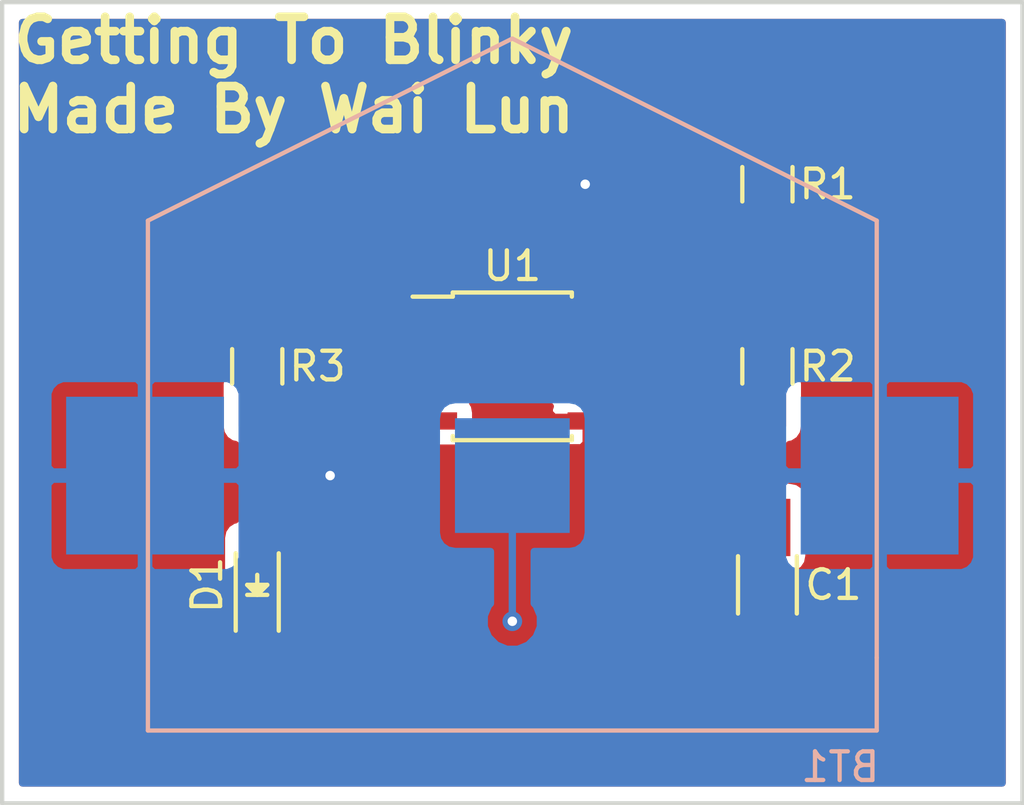
<source format=kicad_pcb>
(kicad_pcb (version 4) (host pcbnew 4.0.2-stable)

  (general
    (links 15)
    (no_connects 0)
    (area 121.844999 86.284999 157.555001 114.375001)
    (thickness 1.6)
    (drawings 5)
    (tracks 25)
    (zones 0)
    (modules 7)
    (nets 7)
  )

  (page A4)
  (layers
    (0 F.Cu signal hide)
    (31 B.Cu signal hide)
    (32 B.Adhes user)
    (33 F.Adhes user)
    (34 B.Paste user)
    (35 F.Paste user)
    (36 B.SilkS user)
    (37 F.SilkS user)
    (38 B.Mask user)
    (39 F.Mask user)
    (40 Dwgs.User user)
    (41 Cmts.User user)
    (42 Eco1.User user)
    (43 Eco2.User user)
    (44 Edge.Cuts user)
    (45 Margin user)
    (46 B.CrtYd user)
    (47 F.CrtYd user)
    (48 B.Fab user)
    (49 F.Fab user)
  )

  (setup
    (last_trace_width 0.254)
    (trace_clearance 0.254)
    (zone_clearance 0.508)
    (zone_45_only no)
    (trace_min 0.1524)
    (segment_width 0.2)
    (edge_width 0.15)
    (via_size 0.6858)
    (via_drill 0.3302)
    (via_min_size 0.6858)
    (via_min_drill 0.3302)
    (uvia_size 0.3)
    (uvia_drill 0.1)
    (uvias_allowed no)
    (uvia_min_size 0.2)
    (uvia_min_drill 0.1)
    (pcb_text_width 0.3)
    (pcb_text_size 1.5 1.5)
    (mod_edge_width 0.15)
    (mod_text_size 1 1)
    (mod_text_width 0.15)
    (pad_size 1.524 1.524)
    (pad_drill 0.762)
    (pad_to_mask_clearance 0.2)
    (aux_axis_origin 0 0)
    (visible_elements FFFFFF7F)
    (pcbplotparams
      (layerselection 0x010f0_80000001)
      (usegerberextensions false)
      (excludeedgelayer true)
      (linewidth 0.100000)
      (plotframeref false)
      (viasonmask false)
      (mode 1)
      (useauxorigin false)
      (hpglpennumber 1)
      (hpglpenspeed 20)
      (hpglpendiameter 15)
      (hpglpenoverlay 2)
      (psnegative false)
      (psa4output false)
      (plotreference true)
      (plotvalue false)
      (plotinvisibletext false)
      (padsonsilk false)
      (subtractmaskfromsilk true)
      (outputformat 1)
      (mirror false)
      (drillshape 0)
      (scaleselection 1)
      (outputdirectory GERBERS/))
  )

  (net 0 "")
  (net 1 "Net-(C1-Pad1)")
  (net 2 GND)
  (net 3 "Net-(D1-Pad2)")
  (net 4 /VDD)
  (net 5 "Net-(R1-Pad2)")
  (net 6 "Net-(R3-Pad1)")

  (net_class Default "This is the default net class."
    (clearance 0.254)
    (trace_width 0.254)
    (via_dia 0.6858)
    (via_drill 0.3302)
    (uvia_dia 0.3)
    (uvia_drill 0.1)
    (add_net /VDD)
    (add_net GND)
    (add_net "Net-(C1-Pad1)")
    (add_net "Net-(D1-Pad2)")
    (add_net "Net-(R1-Pad2)")
    (add_net "Net-(R3-Pad1)")
  )

  (module Capacitors_SMD:C_1206_HandSoldering (layer F.Cu) (tedit 57673C2A) (tstamp 57671AFF)
    (at 148.59 106.68 270)
    (descr "Capacitor SMD 1206, hand soldering")
    (tags "capacitor 1206")
    (path /576712EE)
    (attr smd)
    (fp_text reference C1 (at 0 -2.3 360) (layer F.SilkS)
      (effects (font (size 1 1) (thickness 0.15)))
    )
    (fp_text value 1uF (at 0 2.3 270) (layer F.Fab)
      (effects (font (size 1 1) (thickness 0.15)))
    )
    (fp_line (start -3.3 -1.15) (end 3.3 -1.15) (layer F.CrtYd) (width 0.05))
    (fp_line (start -3.3 1.15) (end 3.3 1.15) (layer F.CrtYd) (width 0.05))
    (fp_line (start -3.3 -1.15) (end -3.3 1.15) (layer F.CrtYd) (width 0.05))
    (fp_line (start 3.3 -1.15) (end 3.3 1.15) (layer F.CrtYd) (width 0.05))
    (fp_line (start 1 -1.025) (end -1 -1.025) (layer F.SilkS) (width 0.15))
    (fp_line (start -1 1.025) (end 1 1.025) (layer F.SilkS) (width 0.15))
    (pad 1 smd rect (at -2 0 270) (size 2 1.6) (layers F.Cu F.Paste F.Mask)
      (net 1 "Net-(C1-Pad1)"))
    (pad 2 smd rect (at 2 0 270) (size 2 1.6) (layers F.Cu F.Paste F.Mask)
      (net 2 GND))
    (model Capacitors_SMD.3dshapes/C_1206_HandSoldering.wrl
      (at (xyz 0 0 0))
      (scale (xyz 1 1 1))
      (rotate (xyz 0 0 0))
    )
  )

  (module LEDs:LED-0805 (layer F.Cu) (tedit 55BDE1C2) (tstamp 57671B05)
    (at 130.81 106.68 90)
    (descr "LED 0805 smd package")
    (tags "LED 0805 SMD")
    (path /5767138D)
    (attr smd)
    (fp_text reference D1 (at 0 -1.75 90) (layer F.SilkS)
      (effects (font (size 1 1) (thickness 0.15)))
    )
    (fp_text value LED (at 0 1.75 90) (layer F.Fab)
      (effects (font (size 1 1) (thickness 0.15)))
    )
    (fp_line (start -1.6 0.75) (end 1.1 0.75) (layer F.SilkS) (width 0.15))
    (fp_line (start -1.6 -0.75) (end 1.1 -0.75) (layer F.SilkS) (width 0.15))
    (fp_line (start -0.1 0.15) (end -0.1 -0.1) (layer F.SilkS) (width 0.15))
    (fp_line (start -0.1 -0.1) (end -0.25 0.05) (layer F.SilkS) (width 0.15))
    (fp_line (start -0.35 -0.35) (end -0.35 0.35) (layer F.SilkS) (width 0.15))
    (fp_line (start 0 0) (end 0.35 0) (layer F.SilkS) (width 0.15))
    (fp_line (start -0.35 0) (end 0 -0.35) (layer F.SilkS) (width 0.15))
    (fp_line (start 0 -0.35) (end 0 0.35) (layer F.SilkS) (width 0.15))
    (fp_line (start 0 0.35) (end -0.35 0) (layer F.SilkS) (width 0.15))
    (fp_line (start 1.9 -0.95) (end 1.9 0.95) (layer F.CrtYd) (width 0.05))
    (fp_line (start 1.9 0.95) (end -1.9 0.95) (layer F.CrtYd) (width 0.05))
    (fp_line (start -1.9 0.95) (end -1.9 -0.95) (layer F.CrtYd) (width 0.05))
    (fp_line (start -1.9 -0.95) (end 1.9 -0.95) (layer F.CrtYd) (width 0.05))
    (pad 2 smd rect (at 1.04902 0 270) (size 1.19888 1.19888) (layers F.Cu F.Paste F.Mask)
      (net 3 "Net-(D1-Pad2)"))
    (pad 1 smd rect (at -1.04902 0 270) (size 1.19888 1.19888) (layers F.Cu F.Paste F.Mask)
      (net 2 GND))
    (model LEDs.3dshapes/LED-0805.wrl
      (at (xyz 0 0 0))
      (scale (xyz 1 1 1))
      (rotate (xyz 0 0 0))
    )
  )

  (module Resistors_SMD:R_0805_HandSoldering (layer F.Cu) (tedit 57673C34) (tstamp 57671B0B)
    (at 148.59 92.71 270)
    (descr "Resistor SMD 0805, hand soldering")
    (tags "resistor 0805")
    (path /5767125D)
    (attr smd)
    (fp_text reference R1 (at 0 -2.1 360) (layer F.SilkS)
      (effects (font (size 1 1) (thickness 0.15)))
    )
    (fp_text value 1K (at 0 2.1 270) (layer F.Fab)
      (effects (font (size 1 1) (thickness 0.15)))
    )
    (fp_line (start -2.4 -1) (end 2.4 -1) (layer F.CrtYd) (width 0.05))
    (fp_line (start -2.4 1) (end 2.4 1) (layer F.CrtYd) (width 0.05))
    (fp_line (start -2.4 -1) (end -2.4 1) (layer F.CrtYd) (width 0.05))
    (fp_line (start 2.4 -1) (end 2.4 1) (layer F.CrtYd) (width 0.05))
    (fp_line (start 0.6 0.875) (end -0.6 0.875) (layer F.SilkS) (width 0.15))
    (fp_line (start -0.6 -0.875) (end 0.6 -0.875) (layer F.SilkS) (width 0.15))
    (pad 1 smd rect (at -1.35 0 270) (size 1.5 1.3) (layers F.Cu F.Paste F.Mask)
      (net 4 /VDD))
    (pad 2 smd rect (at 1.35 0 270) (size 1.5 1.3) (layers F.Cu F.Paste F.Mask)
      (net 5 "Net-(R1-Pad2)"))
    (model Resistors_SMD.3dshapes/R_0805_HandSoldering.wrl
      (at (xyz 0 0 0))
      (scale (xyz 1 1 1))
      (rotate (xyz 0 0 0))
    )
  )

  (module Resistors_SMD:R_0805_HandSoldering (layer F.Cu) (tedit 57673C31) (tstamp 57671B11)
    (at 148.59 99.06 270)
    (descr "Resistor SMD 0805, hand soldering")
    (tags "resistor 0805")
    (path /576712C9)
    (attr smd)
    (fp_text reference R2 (at 0 -2.1 360) (layer F.SilkS)
      (effects (font (size 1 1) (thickness 0.15)))
    )
    (fp_text value 470K (at 0 2.1 270) (layer F.Fab)
      (effects (font (size 1 1) (thickness 0.15)))
    )
    (fp_line (start -2.4 -1) (end 2.4 -1) (layer F.CrtYd) (width 0.05))
    (fp_line (start -2.4 1) (end 2.4 1) (layer F.CrtYd) (width 0.05))
    (fp_line (start -2.4 -1) (end -2.4 1) (layer F.CrtYd) (width 0.05))
    (fp_line (start 2.4 -1) (end 2.4 1) (layer F.CrtYd) (width 0.05))
    (fp_line (start 0.6 0.875) (end -0.6 0.875) (layer F.SilkS) (width 0.15))
    (fp_line (start -0.6 -0.875) (end 0.6 -0.875) (layer F.SilkS) (width 0.15))
    (pad 1 smd rect (at -1.35 0 270) (size 1.5 1.3) (layers F.Cu F.Paste F.Mask)
      (net 5 "Net-(R1-Pad2)"))
    (pad 2 smd rect (at 1.35 0 270) (size 1.5 1.3) (layers F.Cu F.Paste F.Mask)
      (net 1 "Net-(C1-Pad1)"))
    (model Resistors_SMD.3dshapes/R_0805_HandSoldering.wrl
      (at (xyz 0 0 0))
      (scale (xyz 1 1 1))
      (rotate (xyz 0 0 0))
    )
  )

  (module Resistors_SMD:R_0805_HandSoldering (layer F.Cu) (tedit 57673C08) (tstamp 57671B17)
    (at 130.81 99.06 270)
    (descr "Resistor SMD 0805, hand soldering")
    (tags "resistor 0805")
    (path /5767133E)
    (attr smd)
    (fp_text reference R3 (at 0 -2.1 360) (layer F.SilkS)
      (effects (font (size 1 1) (thickness 0.15)))
    )
    (fp_text value 1K (at 0 2.1 270) (layer F.Fab)
      (effects (font (size 1 1) (thickness 0.15)))
    )
    (fp_line (start -2.4 -1) (end 2.4 -1) (layer F.CrtYd) (width 0.05))
    (fp_line (start -2.4 1) (end 2.4 1) (layer F.CrtYd) (width 0.05))
    (fp_line (start -2.4 -1) (end -2.4 1) (layer F.CrtYd) (width 0.05))
    (fp_line (start 2.4 -1) (end 2.4 1) (layer F.CrtYd) (width 0.05))
    (fp_line (start 0.6 0.875) (end -0.6 0.875) (layer F.SilkS) (width 0.15))
    (fp_line (start -0.6 -0.875) (end 0.6 -0.875) (layer F.SilkS) (width 0.15))
    (pad 1 smd rect (at -1.35 0 270) (size 1.5 1.3) (layers F.Cu F.Paste F.Mask)
      (net 6 "Net-(R3-Pad1)"))
    (pad 2 smd rect (at 1.35 0 270) (size 1.5 1.3) (layers F.Cu F.Paste F.Mask)
      (net 3 "Net-(D1-Pad2)"))
    (model Resistors_SMD.3dshapes/R_0805_HandSoldering.wrl
      (at (xyz 0 0 0))
      (scale (xyz 1 1 1))
      (rotate (xyz 0 0 0))
    )
  )

  (module Housings_SOIC:SOIC-8_3.9x4.9mm_Pitch1.27mm (layer F.Cu) (tedit 54130A77) (tstamp 57671B23)
    (at 139.7 99.06)
    (descr "8-Lead Plastic Small Outline (SN) - Narrow, 3.90 mm Body [SOIC] (see Microchip Packaging Specification 00000049BS.pdf)")
    (tags "SOIC 1.27")
    (path /576711A7)
    (attr smd)
    (fp_text reference U1 (at 0 -3.5) (layer F.SilkS)
      (effects (font (size 1 1) (thickness 0.15)))
    )
    (fp_text value 7555 (at 0 3.5) (layer F.Fab)
      (effects (font (size 1 1) (thickness 0.15)))
    )
    (fp_line (start -3.75 -2.75) (end -3.75 2.75) (layer F.CrtYd) (width 0.05))
    (fp_line (start 3.75 -2.75) (end 3.75 2.75) (layer F.CrtYd) (width 0.05))
    (fp_line (start -3.75 -2.75) (end 3.75 -2.75) (layer F.CrtYd) (width 0.05))
    (fp_line (start -3.75 2.75) (end 3.75 2.75) (layer F.CrtYd) (width 0.05))
    (fp_line (start -2.075 -2.575) (end -2.075 -2.43) (layer F.SilkS) (width 0.15))
    (fp_line (start 2.075 -2.575) (end 2.075 -2.43) (layer F.SilkS) (width 0.15))
    (fp_line (start 2.075 2.575) (end 2.075 2.43) (layer F.SilkS) (width 0.15))
    (fp_line (start -2.075 2.575) (end -2.075 2.43) (layer F.SilkS) (width 0.15))
    (fp_line (start -2.075 -2.575) (end 2.075 -2.575) (layer F.SilkS) (width 0.15))
    (fp_line (start -2.075 2.575) (end 2.075 2.575) (layer F.SilkS) (width 0.15))
    (fp_line (start -2.075 -2.43) (end -3.475 -2.43) (layer F.SilkS) (width 0.15))
    (pad 1 smd rect (at -2.7 -1.905) (size 1.55 0.6) (layers F.Cu F.Paste F.Mask)
      (net 2 GND))
    (pad 2 smd rect (at -2.7 -0.635) (size 1.55 0.6) (layers F.Cu F.Paste F.Mask)
      (net 1 "Net-(C1-Pad1)"))
    (pad 3 smd rect (at -2.7 0.635) (size 1.55 0.6) (layers F.Cu F.Paste F.Mask)
      (net 6 "Net-(R3-Pad1)"))
    (pad 4 smd rect (at -2.7 1.905) (size 1.55 0.6) (layers F.Cu F.Paste F.Mask)
      (net 4 /VDD))
    (pad 5 smd rect (at 2.7 1.905) (size 1.55 0.6) (layers F.Cu F.Paste F.Mask)
      (net 2 GND))
    (pad 6 smd rect (at 2.7 0.635) (size 1.55 0.6) (layers F.Cu F.Paste F.Mask)
      (net 1 "Net-(C1-Pad1)"))
    (pad 7 smd rect (at 2.7 -0.635) (size 1.55 0.6) (layers F.Cu F.Paste F.Mask)
      (net 5 "Net-(R1-Pad2)"))
    (pad 8 smd rect (at 2.7 -1.905) (size 1.55 0.6) (layers F.Cu F.Paste F.Mask)
      (net 4 /VDD))
    (model Housings_SOIC.3dshapes/SOIC-8_3.9x4.9mm_Pitch1.27mm.wrl
      (at (xyz 0 0 0))
      (scale (xyz 1 1 1))
      (rotate (xyz 0 0 0))
    )
  )

  (module GTB:S8211R (layer B.Cu) (tedit 57672D55) (tstamp 57672E59)
    (at 139.7 102.87)
    (path /57671C94)
    (fp_text reference BT1 (at 11.43 10.16) (layer B.SilkS)
      (effects (font (size 1 1) (thickness 0.15)) (justify mirror))
    )
    (fp_text value Battery (at -10.16 10.16) (layer B.Fab)
      (effects (font (size 1 1) (thickness 0.15)) (justify mirror))
    )
    (fp_line (start 12.7 6.35) (end 12.7 -8.89) (layer B.SilkS) (width 0.15))
    (fp_line (start 12.7 -8.89) (end 0 -15.24) (layer B.SilkS) (width 0.15))
    (fp_line (start 0 -15.24) (end -12.7 -8.89) (layer B.SilkS) (width 0.15))
    (fp_line (start -12.7 -8.89) (end -12.7 8.89) (layer B.SilkS) (width 0.15))
    (fp_line (start -12.7 8.89) (end 12.7 8.89) (layer B.SilkS) (width 0.15))
    (fp_line (start 12.7 8.89) (end 12.7 6.35) (layer B.SilkS) (width 0.15))
    (pad 2 smd rect (at 0 0) (size 4 4) (layers B.Cu B.Paste B.Mask)
      (net 2 GND))
    (pad 1 smd rect (at -12.8 0) (size 5.5 5.5) (layers B.Cu B.Paste B.Mask)
      (net 4 /VDD))
    (pad 1 smd rect (at 12.8 0) (size 5.5 5.5) (layers B.Cu B.Paste B.Mask)
      (net 4 /VDD))
  )

  (gr_text "Getting To Blinky\nMade By Wai Lun" (at 132.08 88.9) (layer F.SilkS)
    (effects (font (size 1.5 1.5) (thickness 0.3)))
  )
  (gr_line (start 157.48 114.3) (end 121.92 114.3) (angle 90) (layer Edge.Cuts) (width 0.15))
  (gr_line (start 157.48 86.36) (end 157.48 114.3) (angle 90) (layer Edge.Cuts) (width 0.15))
  (gr_line (start 121.92 86.36) (end 157.48 86.36) (angle 90) (layer Edge.Cuts) (width 0.15))
  (gr_line (start 121.92 114.3) (end 121.92 86.36) (angle 90) (layer Edge.Cuts) (width 0.15))

  (segment (start 137 98.425) (end 139.065 98.425) (width 0.254) (layer F.Cu) (net 1))
  (segment (start 139.065 98.425) (end 140.335 99.695) (width 0.254) (layer F.Cu) (net 1) (tstamp 57673B13))
  (segment (start 148.59 100.41) (end 147.4 100.41) (width 0.254) (layer F.Cu) (net 1))
  (segment (start 146.685 99.695) (end 142.4 99.695) (width 0.254) (layer F.Cu) (net 1) (tstamp 57673B3B))
  (segment (start 147.4 100.41) (end 146.685 99.695) (width 0.254) (layer F.Cu) (net 1) (tstamp 57673B34))
  (segment (start 140.335 99.695) (end 142.4 99.695) (width 0.254) (layer F.Cu) (net 1) (tstamp 57673B17))
  (segment (start 148.59 100.41) (end 148.59 104.68) (width 0.254) (layer F.Cu) (net 1))
  (segment (start 139.7 102.87) (end 139.7 107.95) (width 0.254) (layer B.Cu) (net 2))
  (via (at 139.7 107.95) (size 0.6858) (drill 0.3302) (layers F.Cu B.Cu) (net 2))
  (segment (start 130.81 100.41) (end 130.81 105.63098) (width 0.254) (layer F.Cu) (net 3))
  (segment (start 142.4 97.155) (end 142.4 92.87) (width 0.254) (layer F.Cu) (net 4))
  (via (at 142.24 92.71) (size 0.6858) (drill 0.3302) (layers F.Cu B.Cu) (net 4))
  (segment (start 142.4 92.87) (end 142.24 92.71) (width 0.254) (layer F.Cu) (net 4) (tstamp 57673A91))
  (segment (start 142.4 97.155) (end 142.4 96.36) (width 0.254) (layer F.Cu) (net 4))
  (segment (start 147.4 91.36) (end 148.59 91.36) (width 0.254) (layer F.Cu) (net 4) (tstamp 576738F0))
  (segment (start 142.4 96.36) (end 147.4 91.36) (width 0.254) (layer F.Cu) (net 4) (tstamp 576738EE))
  (segment (start 137 100.965) (end 136.525 100.965) (width 0.254) (layer F.Cu) (net 4))
  (segment (start 136.525 100.965) (end 133.35 102.87) (width 0.254) (layer F.Cu) (net 4) (tstamp 57673AE7))
  (via (at 133.35 102.87) (size 0.6858) (drill 0.3302) (layers F.Cu B.Cu) (net 4))
  (segment (start 142.4 98.425) (end 147.875 98.425) (width 0.254) (layer F.Cu) (net 5))
  (segment (start 147.875 98.425) (end 148.59 97.71) (width 0.254) (layer F.Cu) (net 5) (tstamp 576738F6))
  (segment (start 148.59 94.06) (end 148.59 97.71) (width 0.254) (layer F.Cu) (net 5))
  (segment (start 137 99.695) (end 135.255 99.695) (width 0.254) (layer F.Cu) (net 6))
  (segment (start 133.27 97.71) (end 130.81 97.71) (width 0.254) (layer F.Cu) (net 6) (tstamp 5767390D))
  (segment (start 135.255 99.695) (end 133.27 97.71) (width 0.254) (layer F.Cu) (net 6) (tstamp 5767390B))

  (zone (net 2) (net_name GND) (layer F.Cu) (tstamp 5767393A) (hatch edge 0.508)
    (connect_pads (clearance 0.508))
    (min_thickness 0.254)
    (fill yes (arc_segments 16) (thermal_gap 0.508) (thermal_bridge_width 0.508))
    (polygon
      (pts
        (xy 157.48 114.3) (xy 121.92 114.3) (xy 121.92 86.36) (xy 157.48 86.36) (xy 157.48 114.3)
      )
    )
    (filled_polygon
      (pts
        (xy 156.77 113.59) (xy 122.63 113.59) (xy 122.63 108.96575) (xy 147.155 108.96575) (xy 147.155 109.806309)
        (xy 147.251673 110.039698) (xy 147.430301 110.218327) (xy 147.66369 110.315) (xy 148.30425 110.315) (xy 148.463 110.15625)
        (xy 148.463 108.807) (xy 148.717 108.807) (xy 148.717 110.15625) (xy 148.87575 110.315) (xy 149.51631 110.315)
        (xy 149.749699 110.218327) (xy 149.928327 110.039698) (xy 150.025 109.806309) (xy 150.025 108.96575) (xy 149.86625 108.807)
        (xy 148.717 108.807) (xy 148.463 108.807) (xy 147.31375 108.807) (xy 147.155 108.96575) (xy 122.63 108.96575)
        (xy 122.63 108.01477) (xy 129.57556 108.01477) (xy 129.57556 108.454769) (xy 129.672233 108.688158) (xy 129.850861 108.866787)
        (xy 130.08425 108.96346) (xy 130.52425 108.96346) (xy 130.683 108.80471) (xy 130.683 107.85602) (xy 130.937 107.85602)
        (xy 130.937 108.80471) (xy 131.09575 108.96346) (xy 131.53575 108.96346) (xy 131.769139 108.866787) (xy 131.947767 108.688158)
        (xy 132.04444 108.454769) (xy 132.04444 108.01477) (xy 131.88569 107.85602) (xy 130.937 107.85602) (xy 130.683 107.85602)
        (xy 129.73431 107.85602) (xy 129.57556 108.01477) (xy 122.63 108.01477) (xy 122.63 96.96) (xy 129.51256 96.96)
        (xy 129.51256 98.46) (xy 129.556838 98.695317) (xy 129.69591 98.911441) (xy 129.90811 99.056431) (xy 129.921197 99.059081)
        (xy 129.708559 99.19591) (xy 129.563569 99.40811) (xy 129.51256 99.66) (xy 129.51256 101.16) (xy 129.556838 101.395317)
        (xy 129.69591 101.611441) (xy 129.90811 101.756431) (xy 130.048 101.784759) (xy 130.048 104.414688) (xy 129.975243 104.428378)
        (xy 129.759119 104.56745) (xy 129.614129 104.77965) (xy 129.56312 105.03154) (xy 129.56312 106.23042) (xy 129.607398 106.465737)
        (xy 129.74647 106.681861) (xy 129.754659 106.687456) (xy 129.672233 106.769882) (xy 129.57556 107.003271) (xy 129.57556 107.44327)
        (xy 129.73431 107.60202) (xy 130.683 107.60202) (xy 130.683 107.58202) (xy 130.937 107.58202) (xy 130.937 107.60202)
        (xy 131.88569 107.60202) (xy 131.934019 107.553691) (xy 147.155 107.553691) (xy 147.155 108.39425) (xy 147.31375 108.553)
        (xy 148.463 108.553) (xy 148.463 107.20375) (xy 148.717 107.20375) (xy 148.717 108.553) (xy 149.86625 108.553)
        (xy 150.025 108.39425) (xy 150.025 107.553691) (xy 149.928327 107.320302) (xy 149.749699 107.141673) (xy 149.51631 107.045)
        (xy 148.87575 107.045) (xy 148.717 107.20375) (xy 148.463 107.20375) (xy 148.30425 107.045) (xy 147.66369 107.045)
        (xy 147.430301 107.141673) (xy 147.251673 107.320302) (xy 147.155 107.553691) (xy 131.934019 107.553691) (xy 132.04444 107.44327)
        (xy 132.04444 107.003271) (xy 131.947767 106.769882) (xy 131.865555 106.687669) (xy 132.005871 106.48231) (xy 132.05688 106.23042)
        (xy 132.05688 105.03154) (xy 132.012602 104.796223) (xy 131.87353 104.580099) (xy 131.66133 104.435109) (xy 131.572 104.417019)
        (xy 131.572 101.786366) (xy 131.695317 101.763162) (xy 131.911441 101.62409) (xy 132.056431 101.41189) (xy 132.10744 101.16)
        (xy 132.10744 99.66) (xy 132.063162 99.424683) (xy 131.92409 99.208559) (xy 131.71189 99.063569) (xy 131.698803 99.060919)
        (xy 131.911441 98.92409) (xy 132.056431 98.71189) (xy 132.10501 98.472) (xy 132.95437 98.472) (xy 134.716185 100.233815)
        (xy 134.963395 100.398996) (xy 135.255 100.457) (xy 135.619681 100.457) (xy 135.58221 100.642037) (xy 133.498556 101.892229)
        (xy 133.156337 101.891931) (xy 132.796788 102.040493) (xy 132.52146 102.315341) (xy 132.37227 102.67463) (xy 132.371931 103.063663)
        (xy 132.520493 103.423212) (xy 132.795341 103.69854) (xy 133.15463 103.84773) (xy 133.543663 103.848069) (xy 133.903212 103.699507)
        (xy 134.17854 103.424659) (xy 134.268762 103.20738) (xy 136.426995 101.91244) (xy 137.775 101.91244) (xy 138.010317 101.868162)
        (xy 138.226441 101.72909) (xy 138.371431 101.51689) (xy 138.42244 101.265) (xy 138.42244 101.25075) (xy 140.99 101.25075)
        (xy 140.99 101.39131) (xy 141.086673 101.624699) (xy 141.265302 101.803327) (xy 141.498691 101.9) (xy 142.11425 101.9)
        (xy 142.273 101.74125) (xy 142.273 101.092) (xy 142.527 101.092) (xy 142.527 101.74125) (xy 142.68575 101.9)
        (xy 143.301309 101.9) (xy 143.534698 101.803327) (xy 143.713327 101.624699) (xy 143.81 101.39131) (xy 143.81 101.25075)
        (xy 143.65125 101.092) (xy 142.527 101.092) (xy 142.273 101.092) (xy 141.14875 101.092) (xy 140.99 101.25075)
        (xy 138.42244 101.25075) (xy 138.42244 100.665) (xy 138.378162 100.429683) (xy 138.314322 100.330472) (xy 138.371431 100.24689)
        (xy 138.42244 99.995) (xy 138.42244 99.395) (xy 138.383302 99.187) (xy 138.74937 99.187) (xy 139.796184 100.233815)
        (xy 139.97418 100.352748) (xy 140.043395 100.398996) (xy 140.335 100.457) (xy 141.023837 100.457) (xy 140.99 100.53869)
        (xy 140.99 100.67925) (xy 141.14875 100.838) (xy 142.273 100.838) (xy 142.273 100.818) (xy 142.527 100.818)
        (xy 142.527 100.838) (xy 143.65125 100.838) (xy 143.81 100.67925) (xy 143.81 100.53869) (xy 143.776163 100.457)
        (xy 146.36937 100.457) (xy 146.861185 100.948816) (xy 147.009377 101.047834) (xy 147.108395 101.113996) (xy 147.29256 101.150629)
        (xy 147.29256 101.16) (xy 147.336838 101.395317) (xy 147.47591 101.611441) (xy 147.68811 101.756431) (xy 147.828 101.784759)
        (xy 147.828 103.03256) (xy 147.79 103.03256) (xy 147.554683 103.076838) (xy 147.338559 103.21591) (xy 147.193569 103.42811)
        (xy 147.14256 103.68) (xy 147.14256 105.68) (xy 147.186838 105.915317) (xy 147.32591 106.131441) (xy 147.53811 106.276431)
        (xy 147.79 106.32744) (xy 149.39 106.32744) (xy 149.625317 106.283162) (xy 149.841441 106.14409) (xy 149.986431 105.93189)
        (xy 150.03744 105.68) (xy 150.03744 103.68) (xy 149.993162 103.444683) (xy 149.85409 103.228559) (xy 149.64189 103.083569)
        (xy 149.39 103.03256) (xy 149.352 103.03256) (xy 149.352 101.786366) (xy 149.475317 101.763162) (xy 149.691441 101.62409)
        (xy 149.836431 101.41189) (xy 149.88744 101.16) (xy 149.88744 99.66) (xy 149.843162 99.424683) (xy 149.70409 99.208559)
        (xy 149.49189 99.063569) (xy 149.478803 99.060919) (xy 149.691441 98.92409) (xy 149.836431 98.71189) (xy 149.88744 98.46)
        (xy 149.88744 96.96) (xy 149.843162 96.724683) (xy 149.70409 96.508559) (xy 149.49189 96.363569) (xy 149.352 96.335241)
        (xy 149.352 95.436366) (xy 149.475317 95.413162) (xy 149.691441 95.27409) (xy 149.836431 95.06189) (xy 149.88744 94.81)
        (xy 149.88744 93.31) (xy 149.843162 93.074683) (xy 149.70409 92.858559) (xy 149.49189 92.713569) (xy 149.478803 92.710919)
        (xy 149.691441 92.57409) (xy 149.836431 92.36189) (xy 149.88744 92.11) (xy 149.88744 90.61) (xy 149.843162 90.374683)
        (xy 149.70409 90.158559) (xy 149.49189 90.013569) (xy 149.24 89.96256) (xy 147.94 89.96256) (xy 147.704683 90.006838)
        (xy 147.488559 90.14591) (xy 147.343569 90.35811) (xy 147.29256 90.61) (xy 147.29256 90.619371) (xy 147.108395 90.656004)
        (xy 147.009377 90.722166) (xy 146.861185 90.821184) (xy 143.162 94.52037) (xy 143.162 93.039583) (xy 143.21773 92.90537)
        (xy 143.218069 92.516337) (xy 143.069507 92.156788) (xy 142.794659 91.88146) (xy 142.43537 91.73227) (xy 142.046337 91.731931)
        (xy 141.686788 91.880493) (xy 141.41146 92.155341) (xy 141.26227 92.51463) (xy 141.261931 92.903663) (xy 141.410493 93.263212)
        (xy 141.638 93.491116) (xy 141.638 96.20756) (xy 141.625 96.20756) (xy 141.389683 96.251838) (xy 141.173559 96.39091)
        (xy 141.028569 96.60311) (xy 140.97756 96.855) (xy 140.97756 97.455) (xy 141.021838 97.690317) (xy 141.085678 97.789528)
        (xy 141.028569 97.87311) (xy 140.97756 98.125) (xy 140.97756 98.725) (xy 141.016698 98.933) (xy 140.650631 98.933)
        (xy 139.603815 97.886185) (xy 139.496829 97.814699) (xy 139.356605 97.721004) (xy 139.065 97.663) (xy 138.376163 97.663)
        (xy 138.41 97.58131) (xy 138.41 97.44075) (xy 138.25125 97.282) (xy 137.127 97.282) (xy 137.127 97.302)
        (xy 136.873 97.302) (xy 136.873 97.282) (xy 135.74875 97.282) (xy 135.59 97.44075) (xy 135.59 97.58131)
        (xy 135.679806 97.798122) (xy 135.628569 97.87311) (xy 135.57756 98.125) (xy 135.57756 98.725) (xy 135.616698 98.933)
        (xy 135.57063 98.933) (xy 133.808814 97.171184) (xy 133.561605 97.006004) (xy 133.27 96.948) (xy 132.105182 96.948)
        (xy 132.063916 96.72869) (xy 135.59 96.72869) (xy 135.59 96.86925) (xy 135.74875 97.028) (xy 136.873 97.028)
        (xy 136.873 96.37875) (xy 137.127 96.37875) (xy 137.127 97.028) (xy 138.25125 97.028) (xy 138.41 96.86925)
        (xy 138.41 96.72869) (xy 138.313327 96.495301) (xy 138.134698 96.316673) (xy 137.901309 96.22) (xy 137.28575 96.22)
        (xy 137.127 96.37875) (xy 136.873 96.37875) (xy 136.71425 96.22) (xy 136.098691 96.22) (xy 135.865302 96.316673)
        (xy 135.686673 96.495301) (xy 135.59 96.72869) (xy 132.063916 96.72869) (xy 132.063162 96.724683) (xy 131.92409 96.508559)
        (xy 131.71189 96.363569) (xy 131.46 96.31256) (xy 130.16 96.31256) (xy 129.924683 96.356838) (xy 129.708559 96.49591)
        (xy 129.563569 96.70811) (xy 129.51256 96.96) (xy 122.63 96.96) (xy 122.63 87.07) (xy 156.77 87.07)
      )
    )
  )
  (zone (net 4) (net_name /VDD) (layer B.Cu) (tstamp 5767398D) (hatch edge 0.508)
    (connect_pads (clearance 0.508))
    (min_thickness 0.254)
    (fill yes (arc_segments 16) (thermal_gap 0.508) (thermal_bridge_width 0.508))
    (polygon
      (pts
        (xy 157.48 114.3) (xy 121.92 114.3) (xy 121.92 86.36) (xy 157.48 86.36) (xy 157.48 114.3)
      )
    )
    (filled_polygon
      (pts
        (xy 156.77 113.59) (xy 122.63 113.59) (xy 122.63 103.15575) (xy 123.515 103.15575) (xy 123.515 105.74631)
        (xy 123.611673 105.979699) (xy 123.790302 106.158327) (xy 124.023691 106.255) (xy 126.61425 106.255) (xy 126.773 106.09625)
        (xy 126.773 102.997) (xy 127.027 102.997) (xy 127.027 106.09625) (xy 127.18575 106.255) (xy 129.776309 106.255)
        (xy 130.009698 106.158327) (xy 130.188327 105.979699) (xy 130.285 105.74631) (xy 130.285 103.15575) (xy 130.12625 102.997)
        (xy 127.027 102.997) (xy 126.773 102.997) (xy 123.67375 102.997) (xy 123.515 103.15575) (xy 122.63 103.15575)
        (xy 122.63 99.99369) (xy 123.515 99.99369) (xy 123.515 102.58425) (xy 123.67375 102.743) (xy 126.773 102.743)
        (xy 126.773 99.64375) (xy 127.027 99.64375) (xy 127.027 102.743) (xy 130.12625 102.743) (xy 130.285 102.58425)
        (xy 130.285 100.87) (xy 137.05256 100.87) (xy 137.05256 104.87) (xy 137.096838 105.105317) (xy 137.23591 105.321441)
        (xy 137.44811 105.466431) (xy 137.7 105.51744) (xy 138.938 105.51744) (xy 138.938 107.328917) (xy 138.87146 107.395341)
        (xy 138.72227 107.75463) (xy 138.721931 108.143663) (xy 138.870493 108.503212) (xy 139.145341 108.77854) (xy 139.50463 108.92773)
        (xy 139.893663 108.928069) (xy 140.253212 108.779507) (xy 140.52854 108.504659) (xy 140.67773 108.14537) (xy 140.678069 107.756337)
        (xy 140.529507 107.396788) (xy 140.462 107.329163) (xy 140.462 105.51744) (xy 141.7 105.51744) (xy 141.935317 105.473162)
        (xy 142.151441 105.33409) (xy 142.296431 105.12189) (xy 142.34744 104.87) (xy 142.34744 103.15575) (xy 149.115 103.15575)
        (xy 149.115 105.74631) (xy 149.211673 105.979699) (xy 149.390302 106.158327) (xy 149.623691 106.255) (xy 152.21425 106.255)
        (xy 152.373 106.09625) (xy 152.373 102.997) (xy 152.627 102.997) (xy 152.627 106.09625) (xy 152.78575 106.255)
        (xy 155.376309 106.255) (xy 155.609698 106.158327) (xy 155.788327 105.979699) (xy 155.885 105.74631) (xy 155.885 103.15575)
        (xy 155.72625 102.997) (xy 152.627 102.997) (xy 152.373 102.997) (xy 149.27375 102.997) (xy 149.115 103.15575)
        (xy 142.34744 103.15575) (xy 142.34744 100.87) (xy 142.303162 100.634683) (xy 142.16409 100.418559) (xy 141.95189 100.273569)
        (xy 141.7 100.22256) (xy 137.7 100.22256) (xy 137.464683 100.266838) (xy 137.248559 100.40591) (xy 137.103569 100.61811)
        (xy 137.05256 100.87) (xy 130.285 100.87) (xy 130.285 99.99369) (xy 149.115 99.99369) (xy 149.115 102.58425)
        (xy 149.27375 102.743) (xy 152.373 102.743) (xy 152.373 99.64375) (xy 152.627 99.64375) (xy 152.627 102.743)
        (xy 155.72625 102.743) (xy 155.885 102.58425) (xy 155.885 99.99369) (xy 155.788327 99.760301) (xy 155.609698 99.581673)
        (xy 155.376309 99.485) (xy 152.78575 99.485) (xy 152.627 99.64375) (xy 152.373 99.64375) (xy 152.21425 99.485)
        (xy 149.623691 99.485) (xy 149.390302 99.581673) (xy 149.211673 99.760301) (xy 149.115 99.99369) (xy 130.285 99.99369)
        (xy 130.188327 99.760301) (xy 130.009698 99.581673) (xy 129.776309 99.485) (xy 127.18575 99.485) (xy 127.027 99.64375)
        (xy 126.773 99.64375) (xy 126.61425 99.485) (xy 124.023691 99.485) (xy 123.790302 99.581673) (xy 123.611673 99.760301)
        (xy 123.515 99.99369) (xy 122.63 99.99369) (xy 122.63 87.07) (xy 156.77 87.07)
      )
    )
  )
)

</source>
